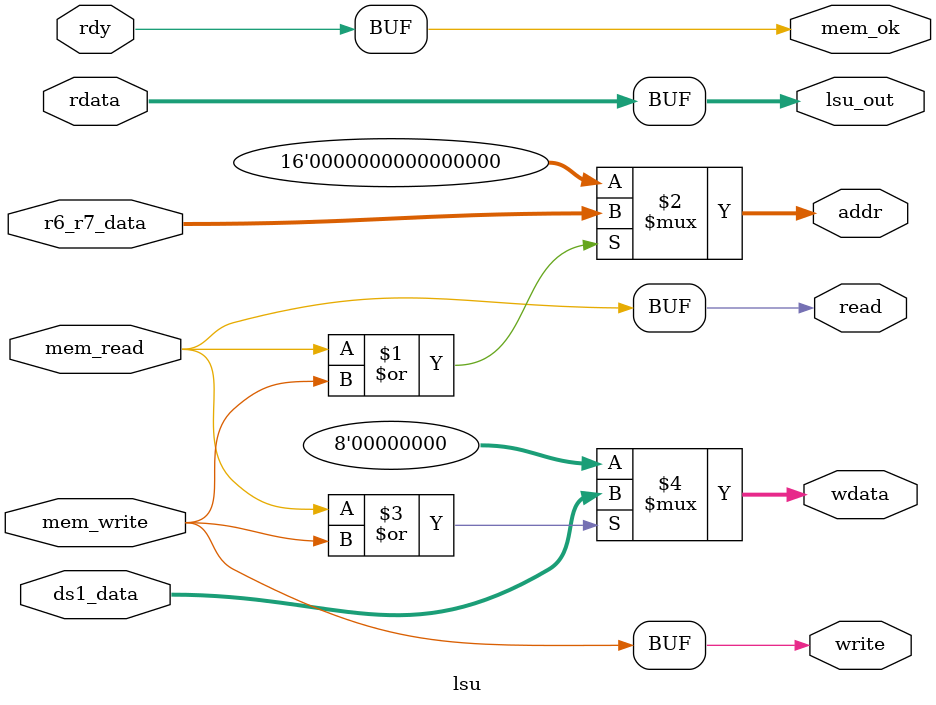
<source format=v>
module lsu(
//CPU侧信号
input wire [15:0]r6_r7_data,	//R6 R7作为地址
input wire [7:0]ds1_data,
input wire mem_read,
input wire mem_write,
output wire mem_ok,
output wire [7:0]lsu_out,
//bus侧信号
output wire [15:0]addr,
output wire [7:0]wdata,
input wire [7:0]rdata,
output wire write,
output wire read,
input wire rdy
);

assign addr	=	(mem_read | mem_write) ? r6_r7_data : 16'b0;
assign wdata=	(mem_read | mem_write) ? ds1_data	: 8'b0;
assign write=	mem_write;
assign read	=	mem_read;


assign mem_ok	=	rdy;
assign lsu_out	=	rdata;

endmodule
</source>
